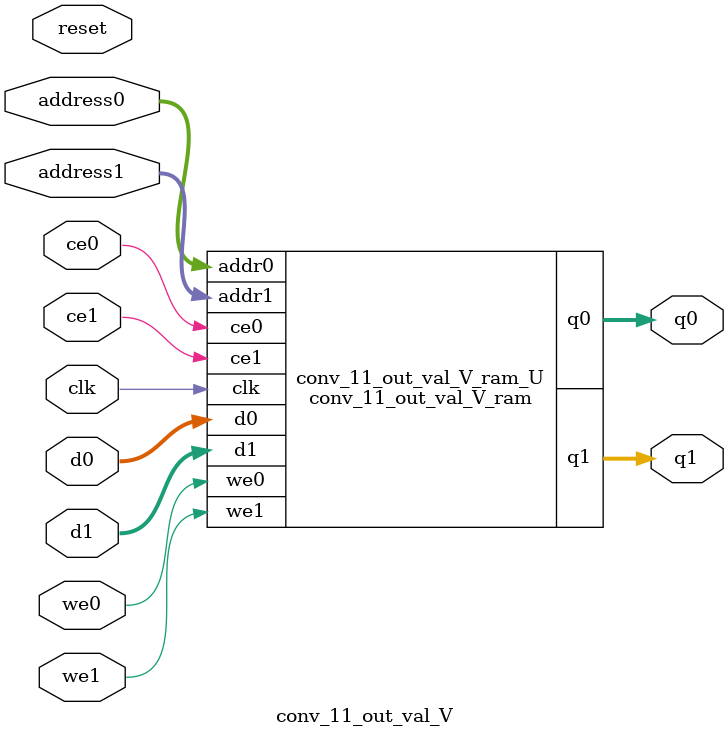
<source format=v>

`timescale 1 ns / 1 ps
module conv_11_out_val_V_ram (addr0, ce0, d0, we0, q0, addr1, ce1, d1, we1, q1,  clk);

parameter DWIDTH = 16;
parameter AWIDTH = 4;
parameter MEM_SIZE = 16;

input[AWIDTH-1:0] addr0;
input ce0;
input[DWIDTH-1:0] d0;
input we0;
output reg[DWIDTH-1:0] q0;
input[AWIDTH-1:0] addr1;
input ce1;
input[DWIDTH-1:0] d1;
input we1;
output reg[DWIDTH-1:0] q1;
input clk;

(* ram_style = "block" *)reg [DWIDTH-1:0] ram[0:MEM_SIZE-1];




always @(posedge clk)  
begin 
    if (ce0) 
    begin
        if (we0) 
        begin 
            ram[addr0] <= d0; 
            q0 <= d0;
        end 
        else 
            q0 <= ram[addr0];
    end
end


always @(posedge clk)  
begin 
    if (ce1) 
    begin
        if (we1) 
        begin 
            ram[addr1] <= d1; 
            q1 <= d1;
        end 
        else 
            q1 <= ram[addr1];
    end
end


endmodule


`timescale 1 ns / 1 ps
module conv_11_out_val_V(
    reset,
    clk,
    address0,
    ce0,
    we0,
    d0,
    q0,
    address1,
    ce1,
    we1,
    d1,
    q1);

parameter DataWidth = 32'd16;
parameter AddressRange = 32'd16;
parameter AddressWidth = 32'd4;
input reset;
input clk;
input[AddressWidth - 1:0] address0;
input ce0;
input we0;
input[DataWidth - 1:0] d0;
output[DataWidth - 1:0] q0;
input[AddressWidth - 1:0] address1;
input ce1;
input we1;
input[DataWidth - 1:0] d1;
output[DataWidth - 1:0] q1;



conv_11_out_val_V_ram conv_11_out_val_V_ram_U(
    .clk( clk ),
    .addr0( address0 ),
    .ce0( ce0 ),
    .d0( d0 ),
    .we0( we0 ),
    .q0( q0 ),
    .addr1( address1 ),
    .ce1( ce1 ),
    .d1( d1 ),
    .we1( we1 ),
    .q1( q1 ));

endmodule


</source>
